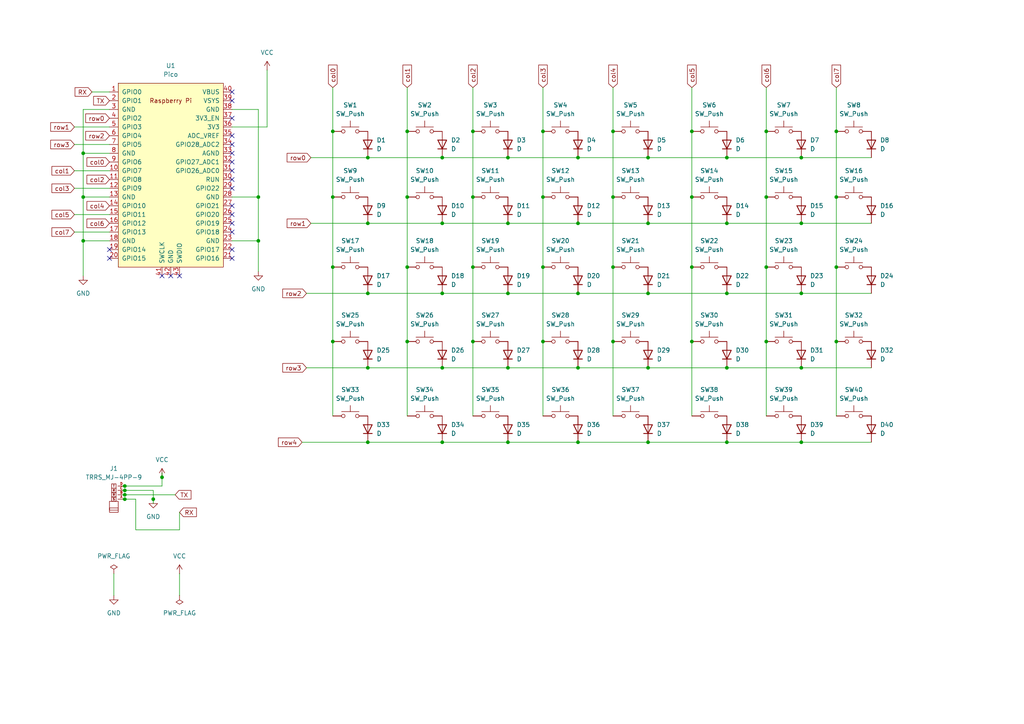
<source format=kicad_sch>
(kicad_sch (version 20231120) (generator "eeschema") (generator_version "8.0")
  (paper "A4")
  (lib_symbols
    (symbol "Device:D" (pin_numbers hide) (pin_names (offset 1.016) hide)
      (property "Reference" "D" (at 0 2.54 0))
      (property "Value" "D" (at 0 -2.54 0))
      (symbol "D_0_1"
        (polyline (pts (xy -1.27 1.27) (xy -1.27 -1.27)) (stroke (width 0.254)))
        (polyline (pts (xy 1.27 0) (xy -1.27 0)))
        (polyline (pts (xy 1.27 1.27) (xy 1.27 -1.27) (xy -1.27 0) (xy 1.27 1.27)) (stroke (width 0.254)))
      )
      (symbol "D_1_1"
        (pin passive line (at -3.81 0 0) (length 2.54) (name "K") (number "1"))
        (pin passive line (at 3.81 0 180) (length 2.54) (name "A") (number "2"))
      )
    )
    (symbol "RPi_Pico:Pico" (pin_names (offset 1.016))
      (property "Reference" "U" (at -13.97 27.94 0))
      (property "Value" "Pico" (at 0 19.05 0))
      (symbol "Pico_0_0"
        (text "Raspberry Pi" (at 0 21.59 0) (effects (font (size 1.27 1.27))))
      )
      (symbol "Pico_0_1"
        (rectangle (start -15.24 26.67) (end 15.24 -26.67) (fill (type background)))
      )
      (symbol "Pico_1_1"
        (pin bidirectional line (at -17.78 24.13 0) (length 2.54) (name "GPIO0") (number "1"))
        (pin bidirectional line (at -17.78 1.27 0) (length 2.54) (name "GPIO7") (number "10"))
        (pin bidirectional line (at -17.78 -1.27 0) (length 2.54) (name "GPIO8") (number "11"))
        (pin bidirectional line (at -17.78 -3.81 0) (length 2.54) (name "GPIO9") (number "12"))
        (pin power_in line (at -17.78 -6.35 0) (length 2.54) (name "GND") (number "13"))
        (pin bidirectional line (at -17.78 -8.89 0) (length 2.54) (name "GPIO10") (number "14"))
        (pin bidirectional line (at -17.78 -11.43 0) (length 2.54) (name "GPIO11") (number "15"))
        (pin bidirectional line (at -17.78 -13.97 0) (length 2.54) (name "GPIO12") (number "16"))
        (pin bidirectional line (at -17.78 -16.51 0) (length 2.54) (name "GPIO13") (number "17"))
        (pin power_in line (at -17.78 -19.05 0) (length 2.54) (name "GND") (number "18"))
        (pin bidirectional line (at -17.78 -21.59 0) (length 2.54) (name "GPIO14") (number "19"))
        (pin bidirectional line (at -17.78 21.59 0) (length 2.54) (name "GPIO1") (number "2"))
        (pin bidirectional line (at -17.78 -24.13 0) (length 2.54) (name "GPIO15") (number "20"))
        (pin bidirectional line (at 17.78 -24.13 180) (length 2.54) (name "GPIO16") (number "21"))
        (pin bidirectional line (at 17.78 -21.59 180) (length 2.54) (name "GPIO17") (number "22"))
        (pin power_in line (at 17.78 -19.05 180) (length 2.54) (name "GND") (number "23"))
        (pin bidirectional line (at 17.78 -16.51 180) (length 2.54) (name "GPIO18") (number "24"))
        (pin bidirectional line (at 17.78 -13.97 180) (length 2.54) (name "GPIO19") (number "25"))
        (pin bidirectional line (at 17.78 -11.43 180) (length 2.54) (name "GPIO20") (number "26"))
        (pin bidirectional line (at 17.78 -8.89 180) (length 2.54) (name "GPIO21") (number "27"))
        (pin power_in line (at 17.78 -6.35 180) (length 2.54) (name "GND") (number "28"))
        (pin bidirectional line (at 17.78 -3.81 180) (length 2.54) (name "GPIO22") (number "29"))
        (pin power_in line (at -17.78 19.05 0) (length 2.54) (name "GND") (number "3"))
        (pin input line (at 17.78 -1.27 180) (length 2.54) (name "RUN") (number "30"))
        (pin bidirectional line (at 17.78 1.27 180) (length 2.54) (name "GPIO26_ADC0") (number "31"))
        (pin bidirectional line (at 17.78 3.81 180) (length 2.54) (name "GPIO27_ADC1") (number "32"))
        (pin power_in line (at 17.78 6.35 180) (length 2.54) (name "AGND") (number "33"))
        (pin bidirectional line (at 17.78 8.89 180) (length 2.54) (name "GPIO28_ADC2") (number "34"))
        (pin unspecified line (at 17.78 11.43 180) (length 2.54) (name "ADC_VREF") (number "35"))
        (pin unspecified line (at 17.78 13.97 180) (length 2.54) (name "3V3") (number "36"))
        (pin input line (at 17.78 16.51 180) (length 2.54) (name "3V3_EN") (number "37"))
        (pin bidirectional line (at 17.78 19.05 180) (length 2.54) (name "GND") (number "38"))
        (pin unspecified line (at 17.78 21.59 180) (length 2.54) (name "VSYS") (number "39"))
        (pin bidirectional line (at -17.78 16.51 0) (length 2.54) (name "GPIO2") (number "4"))
        (pin unspecified line (at 17.78 24.13 180) (length 2.54) (name "VBUS") (number "40"))
        (pin input line (at -2.54 -29.21 90) (length 2.54) (name "SWCLK") (number "41"))
        (pin power_in line (at 0 -29.21 90) (length 2.54) (name "GND") (number "42"))
        (pin bidirectional line (at 2.54 -29.21 90) (length 2.54) (name "SWDIO") (number "43"))
        (pin bidirectional line (at -17.78 13.97 0) (length 2.54) (name "GPIO3") (number "5"))
        (pin bidirectional line (at -17.78 11.43 0) (length 2.54) (name "GPIO4") (number "6"))
        (pin bidirectional line (at -17.78 8.89 0) (length 2.54) (name "GPIO5") (number "7"))
        (pin power_in line (at -17.78 6.35 0) (length 2.54) (name "GND") (number "8"))
        (pin bidirectional line (at -17.78 3.81 0) (length 2.54) (name "GPIO6") (number "9"))
      )
    )
    (symbol "Salicylic_kbd:TRRS_MJ-4PP-9" (pin_names (offset 1.016))
      (property "Reference" "J" (at 0 5.08 0))
      (property "Value" "TRRS_MJ-4PP-9" (at 0 -6.985 0))
      (symbol "TRRS_MJ-4PP-9_0_0"
        (text "R" (at 0 0 0) (effects (font (size 0.6096 0.6096))))
        (text "R" (at 0 1.27 0) (effects (font (size 0.6096 0.6096))))
        (text "S" (at 0 -1.27 0) (effects (font (size 0.6096 0.6096))))
        (text "T" (at 0 2.54 0) (effects (font (size 0.6096 0.6096))))
      )
      (symbol "TRRS_MJ-4PP-9_0_1"
        (rectangle (start -1.27 -3.81) (end 1.27 -4.445))
        (rectangle (start -1.27 -1.905) (end 1.27 -5.08))
        (rectangle (start -0.635 -0.635) (end 0.635 -1.905))
        (rectangle (start -0.635 0.635) (end 0.635 -0.635))
        (rectangle (start -0.635 1.905) (end 0.635 0.635))
        (rectangle (start -0.635 3.175) (end 0.635 1.905))
      )
      (symbol "TRRS_MJ-4PP-9_1_1"
        (pin input line (at 3.175 -1.27 180) (length 2.0066) (name "~") (number "A"))
        (pin input line (at 3.175 0 180) (length 2.0066) (name "~") (number "B"))
        (pin input line (at 3.175 1.27 180) (length 2.0066) (name "~") (number "C"))
        (pin input line (at 3.175 2.54 180) (length 2.0066) (name "~") (number "D"))
      )
    )
    (symbol "Switch:SW_Push" (pin_numbers hide) (pin_names (offset 1.016) hide)
      (property "Reference" "SW" (at 1.27 2.54 0))
      (property "Value" "SW_Push" (at 0 -1.524 0))
      (symbol "SW_Push_0_1"
        (circle (center -2.032 0) (radius 0.508))
        (polyline (pts (xy 0 1.27) (xy 0 3.048)))
        (polyline (pts (xy 2.54 1.27) (xy -2.54 1.27)))
        (circle (center 2.032 0) (radius 0.508))
        (pin passive line (at -5.08 0 0) (length 2.54) (name "1") (number "1"))
        (pin passive line (at 5.08 0 180) (length 2.54) (name "2") (number "2"))
      )
    )
    (symbol "power:GND" (power) (pin_numbers hide) (pin_names (offset 0) hide)
      (property "Value" "GND" (at 0 -3.81 0))
      (symbol "GND_0_1"
        (polyline (pts (xy 0 0) (xy 0 -1.27) (xy 1.27 -1.27) (xy 0 -2.54) (xy -1.27 -1.27) (xy 0 -1.27)))
      )
      (symbol "GND_1_1"
        (pin power_in line (at 0 0 270) (length 0) (name "~") (number "1"))
      )
    )
    (symbol "power:PWR_FLAG" (power) (pin_numbers hide) (pin_names (offset 0) hide)
      (property "Value" "PWR_FLAG" (at 0 3.81 0))
      (symbol "PWR_FLAG_0_0"
        (pin power_out line (at 0 0 90) (length 0) (name "~") (number "1"))
      )
      (symbol "PWR_FLAG_0_1"
        (polyline (pts (xy 0 0) (xy 0 1.27) (xy -1.016 1.905) (xy 0 2.54) (xy 1.016 1.905) (xy 0 1.27)))
      )
    )
    (symbol "power:VCC" (power) (pin_numbers hide) (pin_names (offset 0) hide)
      (property "Value" "VCC" (at 0 3.556 0))
      (symbol "VCC_0_1"
        (polyline (pts (xy -0.762 1.27) (xy 0 2.54)))
        (polyline (pts (xy 0 0) (xy 0 2.54)))
        (polyline (pts (xy 0 2.54) (xy 0.762 1.27)))
      )
      (symbol "VCC_1_1"
        (pin power_in line (at 0 0 90) (length 0) (name "~") (number "1"))
      )
    )
  )
  (junction (at 167.64 64.77))
  (junction (at 210.82 64.77))
  (junction (at 242.57 38.1))
  (junction (at 187.96 128.27))
  (junction (at 46.99 138.43))
  (junction (at 137.16 99.06))
  (junction (at 242.57 57.15))
  (junction (at 128.27 106.68))
  (junction (at 187.96 85.09))
  (junction (at 128.27 64.77))
  (junction (at 96.52 38.1))
  (junction (at 232.41 64.77))
  (junction (at 147.32 85.09))
  (junction (at 147.32 64.77))
  (junction (at 137.16 77.47))
  (junction (at 232.41 85.09))
  (junction (at 128.27 45.72))
  (junction (at 106.68 85.09))
  (junction (at 200.66 38.1))
  (junction (at 106.68 106.68))
  (junction (at 222.25 77.47))
  (junction (at 36.195 143.51))
  (junction (at 36.195 144.78))
  (junction (at 157.48 77.47))
  (junction (at 232.41 45.72))
  (junction (at 36.195 140.97))
  (junction (at 187.96 64.77))
  (junction (at 177.8 38.1))
  (junction (at 210.82 45.72))
  (junction (at 24.13 57.15))
  (junction (at 232.41 128.27))
  (junction (at 167.64 128.27))
  (junction (at 210.82 106.68))
  (junction (at 36.195 142.24))
  (junction (at 106.68 128.27))
  (junction (at 147.32 128.27))
  (junction (at 222.25 38.1))
  (junction (at 210.82 85.09))
  (junction (at 167.64 106.68))
  (junction (at 24.13 44.45))
  (junction (at 118.11 57.15))
  (junction (at 96.52 77.47))
  (junction (at 24.13 69.85))
  (junction (at 137.16 57.15))
  (junction (at 157.48 57.15))
  (junction (at 74.93 57.15))
  (junction (at 96.52 57.15))
  (junction (at 74.93 69.85))
  (junction (at 222.25 99.06))
  (junction (at 128.27 128.27))
  (junction (at 200.66 99.06))
  (junction (at 210.82 128.27))
  (junction (at 118.11 99.06))
  (junction (at 128.27 85.09))
  (junction (at 147.32 106.68))
  (junction (at 147.32 45.72))
  (junction (at 187.96 106.68))
  (junction (at 232.41 106.68))
  (junction (at 106.68 64.77))
  (junction (at 177.8 57.15))
  (junction (at 200.66 77.47))
  (junction (at 44.45 144.78))
  (junction (at 157.48 38.1))
  (junction (at 167.64 85.09))
  (junction (at 242.57 77.47))
  (junction (at 177.8 99.06))
  (junction (at 118.11 38.1))
  (junction (at 118.11 77.47))
  (junction (at 137.16 38.1))
  (junction (at 242.57 99.06))
  (junction (at 187.96 45.72))
  (junction (at 96.52 99.06))
  (junction (at 157.48 99.06))
  (junction (at 200.66 57.15))
  (junction (at 106.68 45.72))
  (junction (at 177.8 77.47))
  (junction (at 222.25 57.15))
  (junction (at 167.64 45.72))
  (no_connect (at 46.99 80.01))
  (no_connect (at 67.31 72.39))
  (no_connect (at 67.31 54.61))
  (no_connect (at 67.31 34.29))
  (no_connect (at 67.31 41.91))
  (no_connect (at 67.31 46.99))
  (no_connect (at 67.31 62.23))
  (no_connect (at 67.31 39.37))
  (no_connect (at 67.31 59.69))
  (no_connect (at 67.31 26.67))
  (no_connect (at 67.31 49.53))
  (no_connect (at 67.31 67.31))
  (no_connect (at 31.75 72.39))
  (no_connect (at 49.53 80.01))
  (no_connect (at 31.75 74.93))
  (no_connect (at 67.31 44.45))
  (no_connect (at 52.07 80.01))
  (no_connect (at 67.31 74.93))
  (no_connect (at 67.31 52.07))
  (no_connect (at 67.31 29.21))
  (no_connect (at 67.31 64.77))
  (wire (pts (xy 242.57 25.4) (xy 242.57 38.1)))
  (wire (pts (xy 67.31 69.85) (xy 74.93 69.85)))
  (wire (pts (xy 210.82 64.77) (xy 232.41 64.77)))
  (wire (pts (xy 118.11 25.4) (xy 118.11 38.1)))
  (wire (pts (xy 157.48 57.15) (xy 157.48 77.47)))
  (wire (pts (xy 24.13 57.15) (xy 24.13 69.85)))
  (wire (pts (xy 128.27 45.72) (xy 147.32 45.72)))
  (wire (pts (xy 128.27 64.77) (xy 147.32 64.77)))
  (wire (pts (xy 232.41 45.72) (xy 252.73 45.72)))
  (wire (pts (xy 118.11 77.47) (xy 118.11 99.06)))
  (wire (pts (xy 96.52 25.4) (xy 96.52 38.1)))
  (wire (pts (xy 137.16 38.1) (xy 137.16 57.15)))
  (wire (pts (xy 210.82 45.72) (xy 232.41 45.72)))
  (wire (pts (xy 35.56 143.51) (xy 36.195 143.51)))
  (wire (pts (xy 210.82 106.68) (xy 187.96 106.68)))
  (wire (pts (xy 24.13 44.45) (xy 31.75 44.45)))
  (wire (pts (xy 106.68 64.77) (xy 128.27 64.77)))
  (wire (pts (xy 21.59 49.53) (xy 31.75 49.53)))
  (wire (pts (xy 210.82 85.09) (xy 232.41 85.09)))
  (wire (pts (xy 167.64 45.72) (xy 187.96 45.72)))
  (wire (pts (xy 200.66 77.47) (xy 200.66 99.06)))
  (wire (pts (xy 52.07 166.37) (xy 52.07 172.72)))
  (wire (pts (xy 200.66 38.1) (xy 200.66 57.15)))
  (wire (pts (xy 147.32 64.77) (xy 167.64 64.77)))
  (wire (pts (xy 128.27 128.27) (xy 147.32 128.27)))
  (wire (pts (xy 222.25 99.06) (xy 222.25 120.65)))
  (wire (pts (xy 31.75 31.75) (xy 24.13 31.75)))
  (wire (pts (xy 74.93 57.15) (xy 74.93 69.85)))
  (wire (pts (xy 21.59 54.61) (xy 31.75 54.61)))
  (wire (pts (xy 187.96 106.68) (xy 167.64 106.68)))
  (wire (pts (xy 187.96 64.77) (xy 210.82 64.77)))
  (wire (pts (xy 128.27 85.09) (xy 147.32 85.09)))
  (wire (pts (xy 36.195 144.78) (xy 39.37 144.78)))
  (wire (pts (xy 90.17 64.77) (xy 106.68 64.77)))
  (wire (pts (xy 46.99 137.16) (xy 46.99 138.43)))
  (wire (pts (xy 147.32 85.09) (xy 167.64 85.09)))
  (wire (pts (xy 21.59 41.91) (xy 31.75 41.91)))
  (wire (pts (xy 242.57 77.47) (xy 242.57 99.06)))
  (wire (pts (xy 118.11 99.06) (xy 118.11 120.65)))
  (wire (pts (xy 21.59 36.83) (xy 31.75 36.83)))
  (wire (pts (xy 157.48 77.47) (xy 157.48 99.06)))
  (wire (pts (xy 26.67 26.67) (xy 31.75 26.67)))
  (wire (pts (xy 46.99 138.43) (xy 46.99 140.97)))
  (wire (pts (xy 74.93 69.85) (xy 74.93 78.74)))
  (wire (pts (xy 137.16 57.15) (xy 137.16 77.47)))
  (wire (pts (xy 222.25 57.15) (xy 222.25 77.47)))
  (wire (pts (xy 157.48 38.1) (xy 157.48 57.15)))
  (wire (pts (xy 137.16 77.47) (xy 137.16 99.06)))
  (wire (pts (xy 167.64 128.27) (xy 187.96 128.27)))
  (wire (pts (xy 106.68 106.68) (xy 88.9 106.68)))
  (wire (pts (xy 200.66 99.06) (xy 200.66 120.65)))
  (wire (pts (xy 106.68 85.09) (xy 128.27 85.09)))
  (wire (pts (xy 187.96 45.72) (xy 210.82 45.72)))
  (wire (pts (xy 96.52 99.06) (xy 96.52 120.65)))
  (wire (pts (xy 106.68 128.27) (xy 128.27 128.27)))
  (wire (pts (xy 36.195 142.24) (xy 44.45 142.24)))
  (wire (pts (xy 36.195 140.97) (xy 46.99 140.97)))
  (wire (pts (xy 96.52 57.15) (xy 96.52 77.47)))
  (wire (pts (xy 52.07 153.67) (xy 52.07 148.59)))
  (wire (pts (xy 177.8 77.47) (xy 177.8 99.06)))
  (wire (pts (xy 33.02 166.37) (xy 33.02 172.72)))
  (wire (pts (xy 177.8 99.06) (xy 177.8 120.65)))
  (wire (pts (xy 147.32 45.72) (xy 167.64 45.72)))
  (wire (pts (xy 87.63 128.27) (xy 106.68 128.27)))
  (wire (pts (xy 210.82 128.27) (xy 232.41 128.27)))
  (wire (pts (xy 128.27 106.68) (xy 106.68 106.68)))
  (wire (pts (xy 177.8 57.15) (xy 177.8 77.47)))
  (wire (pts (xy 167.64 64.77) (xy 187.96 64.77)))
  (wire (pts (xy 90.17 45.72) (xy 106.68 45.72)))
  (wire (pts (xy 35.56 140.97) (xy 36.195 140.97)))
  (wire (pts (xy 36.195 143.51) (xy 50.8 143.51)))
  (wire (pts (xy 137.16 25.4) (xy 137.16 38.1)))
  (wire (pts (xy 67.31 57.15) (xy 74.93 57.15)))
  (wire (pts (xy 118.11 38.1) (xy 118.11 57.15)))
  (wire (pts (xy 77.47 36.83) (xy 67.31 36.83)))
  (wire (pts (xy 232.41 64.77) (xy 252.73 64.77)))
  (wire (pts (xy 222.25 77.47) (xy 222.25 99.06)))
  (wire (pts (xy 96.52 77.47) (xy 96.52 99.06)))
  (wire (pts (xy 177.8 25.4) (xy 177.8 38.1)))
  (wire (pts (xy 222.25 38.1) (xy 222.25 57.15)))
  (wire (pts (xy 39.37 153.67) (xy 52.07 153.67)))
  (wire (pts (xy 35.56 144.78) (xy 36.195 144.78)))
  (wire (pts (xy 44.45 142.24) (xy 44.45 144.78)))
  (wire (pts (xy 77.47 20.32) (xy 77.47 36.83)))
  (wire (pts (xy 96.52 38.1) (xy 96.52 57.15)))
  (wire (pts (xy 44.45 144.78) (xy 44.45 146.05)))
  (wire (pts (xy 242.57 57.15) (xy 242.57 77.47)))
  (wire (pts (xy 118.11 57.15) (xy 118.11 77.47)))
  (wire (pts (xy 200.66 57.15) (xy 200.66 77.47)))
  (wire (pts (xy 222.25 25.4) (xy 222.25 38.1)))
  (wire (pts (xy 187.96 85.09) (xy 210.82 85.09)))
  (wire (pts (xy 232.41 106.68) (xy 210.82 106.68)))
  (wire (pts (xy 147.32 128.27) (xy 167.64 128.27)))
  (wire (pts (xy 242.57 38.1) (xy 242.57 57.15)))
  (wire (pts (xy 24.13 69.85) (xy 24.13 80.01)))
  (wire (pts (xy 137.16 99.06) (xy 137.16 120.65)))
  (wire (pts (xy 88.9 85.09) (xy 106.68 85.09)))
  (wire (pts (xy 24.13 44.45) (xy 24.13 57.15)))
  (wire (pts (xy 167.64 85.09) (xy 187.96 85.09)))
  (wire (pts (xy 39.37 144.78) (xy 39.37 153.67)))
  (wire (pts (xy 74.93 31.75) (xy 74.93 57.15)))
  (wire (pts (xy 24.13 69.85) (xy 31.75 69.85)))
  (wire (pts (xy 21.59 62.23) (xy 31.75 62.23)))
  (wire (pts (xy 187.96 128.27) (xy 210.82 128.27)))
  (wire (pts (xy 252.73 106.68) (xy 232.41 106.68)))
  (wire (pts (xy 24.13 57.15) (xy 31.75 57.15)))
  (wire (pts (xy 157.48 25.4) (xy 157.48 38.1)))
  (wire (pts (xy 21.59 67.31) (xy 31.75 67.31)))
  (wire (pts (xy 177.8 38.1) (xy 177.8 57.15)))
  (wire (pts (xy 157.48 99.06) (xy 157.48 120.65)))
  (wire (pts (xy 200.66 25.4) (xy 200.66 38.1)))
  (wire (pts (xy 242.57 99.06) (xy 242.57 120.65)))
  (wire (pts (xy 167.64 106.68) (xy 147.32 106.68)))
  (wire (pts (xy 67.31 31.75) (xy 74.93 31.75)))
  (wire (pts (xy 147.32 106.68) (xy 128.27 106.68)))
  (wire (pts (xy 35.56 142.24) (xy 36.195 142.24)))
  (wire (pts (xy 232.41 128.27) (xy 252.73 128.27)))
  (wire (pts (xy 106.68 45.72) (xy 128.27 45.72)))
  (wire (pts (xy 24.13 31.75) (xy 24.13 44.45)))
  (wire (pts (xy 232.41 85.09) (xy 252.73 85.09)))
  (global_label "col0" (shape input) (at 96.52 25.4 90) (property "Intersheetrefs" "${INTERSHEET_REFS}" (effects (hide yes))))
  (global_label "RX" (shape input) (at 52.07 148.59 0) (property "Intersheetrefs" "${INTERSHEET_REFS}" (effects (hide yes))))
  (global_label "col2" (shape input) (at 137.16 25.4 90) (property "Intersheetrefs" "${INTERSHEET_REFS}" (effects (hide yes))))
  (global_label "row0" (shape input) (at 90.17 45.72 180) (property "Intersheetrefs" "${INTERSHEET_REFS}" (effects (hide yes))))
  (global_label "row4" (shape input) (at 87.63 128.27 180) (property "Intersheetrefs" "${INTERSHEET_REFS}" (effects (hide yes))))
  (global_label "col6" (shape input) (at 222.25 25.4 90) (property "Intersheetrefs" "${INTERSHEET_REFS}" (effects (hide yes))))
  (global_label "row1" (shape input) (at 90.17 64.77 180) (property "Intersheetrefs" "${INTERSHEET_REFS}" (effects (hide yes))))
  (global_label "col4" (shape input) (at 177.8 25.4 90) (property "Intersheetrefs" "${INTERSHEET_REFS}" (effects (hide yes))))
  (global_label "row2" (shape input) (at 31.75 39.37 180) (property "Intersheetrefs" "${INTERSHEET_REFS}" (effects (hide yes))))
  (global_label "col3" (shape input) (at 157.48 25.4 90) (property "Intersheetrefs" "${INTERSHEET_REFS}" (effects (hide yes))))
  (global_label "col0" (shape input) (at 31.75 46.99 180) (property "Intersheetrefs" "${INTERSHEET_REFS}" (effects (hide yes))))
  (global_label "row2" (shape input) (at 88.9 85.09 180) (property "Intersheetrefs" "${INTERSHEET_REFS}" (effects (hide yes))))
  (global_label "col7" (shape input) (at 242.57 25.4 90) (property "Intersheetrefs" "${INTERSHEET_REFS}" (effects (hide yes))))
  (global_label "TX" (shape input) (at 50.8 143.51 0) (property "Intersheetrefs" "${INTERSHEET_REFS}" (effects (hide yes))))
  (global_label "RX" (shape input) (at 26.67 26.67 180) (property "Intersheetrefs" "${INTERSHEET_REFS}" (effects (hide yes))))
  (global_label "row0" (shape input) (at 31.75 34.29 180) (property "Intersheetrefs" "${INTERSHEET_REFS}" (effects (hide yes))))
  (global_label "col3" (shape input) (at 21.59 54.61 180) (property "Intersheetrefs" "${INTERSHEET_REFS}" (effects (hide yes))))
  (global_label "col1" (shape input) (at 21.59 49.53 180) (property "Intersheetrefs" "${INTERSHEET_REFS}" (effects (hide yes))))
  (global_label "col5" (shape input) (at 200.66 25.4 90) (property "Intersheetrefs" "${INTERSHEET_REFS}" (effects (hide yes))))
  (global_label "col7" (shape input) (at 21.59 67.31 180) (property "Intersheetrefs" "${INTERSHEET_REFS}" (effects (hide yes))))
  (global_label "row3" (shape input) (at 21.59 41.91 180) (property "Intersheetrefs" "${INTERSHEET_REFS}" (effects (hide yes))))
  (global_label "col2" (shape input) (at 31.75 52.07 180) (property "Intersheetrefs" "${INTERSHEET_REFS}" (effects (hide yes))))
  (global_label "row3" (shape input) (at 88.9 106.68 180) (property "Intersheetrefs" "${INTERSHEET_REFS}" (effects (hide yes))))
  (global_label "col1" (shape input) (at 118.11 25.4 90) (property "Intersheetrefs" "${INTERSHEET_REFS}" (effects (hide yes))))
  (global_label "col6" (shape input) (at 31.75 64.77 180) (property "Intersheetrefs" "${INTERSHEET_REFS}" (effects (hide yes))))
  (global_label "col5" (shape input) (at 21.59 62.23 180) (property "Intersheetrefs" "${INTERSHEET_REFS}" (effects (hide yes))))
  (global_label "col4" (shape input) (at 31.75 59.69 180) (property "Intersheetrefs" "${INTERSHEET_REFS}" (effects (hide yes))))
  (global_label "TX" (shape input) (at 31.75 29.21 180) (property "Intersheetrefs" "${INTERSHEET_REFS}" (effects (hide yes))))
  (global_label "row1" (shape input) (at 21.59 36.83 180) (property "Intersheetrefs" "${INTERSHEET_REFS}" (effects (hide yes))))
  (symbol (lib_id "Device:D") (at 232.41 102.87 90) (unit 1)
    (property "Reference" "D31" (at 234.95 101.5999 90) (effects (justify right)))
    (property "Value" "D" (at 234.95 104.1399 90) (effects (justify right)))
    (property "Description" "Diode" (effects (hide yes)))
    (property "Sim.Device" "D" (effects (hide yes)))
    (property "Sim.Pins" "1=K 2=A" (effects (hide yes)))
  )
  (symbol (lib_id "Switch:SW_Push") (at 162.56 77.47 0) (unit 1)
    (property "Reference" "SW20" (at 162.56 69.85 0))
    (property "Value" "SW_Push" (at 162.56 72.39 0))
    (property "Description" "Push button switch, generic, two pins" (effects (hide yes)))
  )
  (symbol (lib_id "power:PWR_FLAG") (at 33.02 166.37 0) (unit 1)
    (property "Reference" "#FLG01" (effects (hide yes)))
    (property "Value" "PWR_FLAG" (at 33.02 161.29 0))
    (property "Description" "Special symbol for telling ERC where power comes from" (effects (hide yes)))
  )
  (symbol (lib_id "Switch:SW_Push") (at 182.88 77.47 0) (unit 1)
    (property "Reference" "SW21" (at 182.88 69.85 0))
    (property "Value" "SW_Push" (at 182.88 72.39 0))
    (property "Description" "Push button switch, generic, two pins" (effects (hide yes)))
  )
  (symbol (lib_id "power:GND") (at 44.45 144.78 0) (unit 1)
    (property "Reference" "#PWR04" (effects (hide yes)))
    (property "Value" "GND" (at 44.45 149.86 0))
    (property "Description" "Power symbol creates a global label with name \"GND\" , ground" (effects (hide yes)))
  )
  (symbol (lib_id "Switch:SW_Push") (at 142.24 120.65 0) (unit 1)
    (property "Reference" "SW35" (at 142.24 113.03 0))
    (property "Value" "SW_Push" (at 142.24 115.57 0))
    (property "Description" "Push button switch, generic, two pins" (effects (hide yes)))
  )
  (symbol (lib_id "Switch:SW_Push") (at 205.74 77.47 0) (unit 1)
    (property "Reference" "SW22" (at 205.74 69.85 0))
    (property "Value" "SW_Push" (at 205.74 72.39 0))
    (property "Description" "Push button switch, generic, two pins" (effects (hide yes)))
  )
  (symbol (lib_id "Switch:SW_Push") (at 205.74 38.1 0) (unit 1)
    (property "Reference" "SW6" (at 205.74 30.48 0))
    (property "Value" "SW_Push" (at 205.74 33.02 0))
    (property "Description" "Push button switch, generic, two pins" (effects (hide yes)))
  )
  (symbol (lib_id "Device:D") (at 187.96 60.96 90) (unit 1)
    (property "Reference" "D13" (at 190.5 59.6899 90) (effects (justify right)))
    (property "Value" "D" (at 190.5 62.2299 90) (effects (justify right)))
    (property "Description" "Diode" (effects (hide yes)))
    (property "Sim.Device" "D" (effects (hide yes)))
    (property "Sim.Pins" "1=K 2=A" (effects (hide yes)))
  )
  (symbol (lib_id "Device:D") (at 106.68 41.91 90) (unit 1)
    (property "Reference" "D1" (at 109.22 40.6399 90) (effects (justify right)))
    (property "Value" "D" (at 109.22 43.1799 90) (effects (justify right)))
    (property "Description" "Diode" (effects (hide yes)))
    (property "Sim.Device" "D" (effects (hide yes)))
    (property "Sim.Pins" "1=K 2=A" (effects (hide yes)))
  )
  (symbol (lib_id "power:VCC") (at 77.47 20.32 0) (unit 1)
    (property "Reference" "#PWR01" (effects (hide yes)))
    (property "Value" "VCC" (at 77.47 15.24 0))
    (property "Description" "Power symbol creates a global label with name \"VCC\"" (effects (hide yes)))
  )
  (symbol (lib_id "power:GND") (at 33.02 172.72 0) (unit 1)
    (property "Reference" "#PWR07" (effects (hide yes)))
    (property "Value" "GND" (at 33.02 177.8 0))
    (property "Description" "Power symbol creates a global label with name \"GND\" , ground" (effects (hide yes)))
  )
  (symbol (lib_id "Device:D") (at 210.82 81.28 90) (unit 1)
    (property "Reference" "D22" (at 213.36 80.0099 90) (effects (justify right)))
    (property "Value" "D" (at 213.36 82.5499 90) (effects (justify right)))
    (property "Description" "Diode" (effects (hide yes)))
    (property "Sim.Device" "D" (effects (hide yes)))
    (property "Sim.Pins" "1=K 2=A" (effects (hide yes)))
  )
  (symbol (lib_id "Device:D") (at 232.41 124.46 90) (unit 1)
    (property "Reference" "D39" (at 234.95 123.1899 90) (effects (justify right)))
    (property "Value" "D" (at 234.95 125.7299 90) (effects (justify right)))
    (property "Description" "Diode" (effects (hide yes)))
    (property "Sim.Device" "D" (effects (hide yes)))
    (property "Sim.Pins" "1=K 2=A" (effects (hide yes)))
  )
  (symbol (lib_id "Device:D") (at 167.64 102.87 90) (unit 1)
    (property "Reference" "D28" (at 170.18 101.5999 90) (effects (justify right)))
    (property "Value" "D" (at 170.18 104.1399 90) (effects (justify right)))
    (property "Description" "Diode" (effects (hide yes)))
    (property "Sim.Device" "D" (effects (hide yes)))
    (property "Sim.Pins" "1=K 2=A" (effects (hide yes)))
  )
  (symbol (lib_id "Switch:SW_Push") (at 142.24 38.1 0) (unit 1)
    (property "Reference" "SW3" (at 142.24 30.48 0))
    (property "Value" "SW_Push" (at 142.24 33.02 0))
    (property "Description" "Push button switch, generic, two pins" (effects (hide yes)))
  )
  (symbol (lib_id "Device:D") (at 128.27 41.91 90) (unit 1)
    (property "Reference" "D2" (at 130.81 40.6399 90) (effects (justify right)))
    (property "Value" "D" (at 130.81 43.1799 90) (effects (justify right)))
    (property "Description" "Diode" (effects (hide yes)))
    (property "Sim.Device" "D" (effects (hide yes)))
    (property "Sim.Pins" "1=K 2=A" (effects (hide yes)))
  )
  (symbol (lib_id "Switch:SW_Push") (at 182.88 120.65 0) (unit 1)
    (property "Reference" "SW37" (at 182.88 113.03 0))
    (property "Value" "SW_Push" (at 182.88 115.57 0))
    (property "Description" "Push button switch, generic, two pins" (effects (hide yes)))
  )
  (symbol (lib_id "Device:D") (at 252.73 41.91 90) (unit 1)
    (property "Reference" "D8" (at 255.27 40.6399 90) (effects (justify right)))
    (property "Value" "D" (at 255.27 43.1799 90) (effects (justify right)))
    (property "Description" "Diode" (effects (hide yes)))
    (property "Sim.Device" "D" (effects (hide yes)))
    (property "Sim.Pins" "1=K 2=A" (effects (hide yes)))
  )
  (symbol (lib_id "Switch:SW_Push") (at 101.6 120.65 0) (unit 1)
    (property "Reference" "SW33" (at 101.6 113.03 0))
    (property "Value" "SW_Push" (at 101.6 115.57 0))
    (property "Description" "Push button switch, generic, two pins" (effects (hide yes)))
  )
  (symbol (lib_id "Device:D") (at 252.73 60.96 90) (unit 1)
    (property "Reference" "D16" (at 255.27 59.6899 90) (effects (justify right)))
    (property "Value" "D" (at 255.27 62.2299 90) (effects (justify right)))
    (property "Description" "Diode" (effects (hide yes)))
    (property "Sim.Device" "D" (effects (hide yes)))
    (property "Sim.Pins" "1=K 2=A" (effects (hide yes)))
  )
  (symbol (lib_id "Device:D") (at 232.41 81.28 90) (unit 1)
    (property "Reference" "D23" (at 234.95 80.0099 90) (effects (justify right)))
    (property "Value" "D" (at 234.95 82.5499 90) (effects (justify right)))
    (property "Description" "Diode" (effects (hide yes)))
    (property "Sim.Device" "D" (effects (hide yes)))
    (property "Sim.Pins" "1=K 2=A" (effects (hide yes)))
  )
  (symbol (lib_id "power:PWR_FLAG") (at 52.07 172.72 180) (unit 1)
    (property "Reference" "#FLG02" (effects (hide yes)))
    (property "Value" "PWR_FLAG" (at 52.07 177.8 0))
    (property "Description" "Special symbol for telling ERC where power comes from" (effects (hide yes)))
  )
  (symbol (lib_id "Device:D") (at 167.64 60.96 90) (unit 1)
    (property "Reference" "D12" (at 170.18 59.6899 90) (effects (justify right)))
    (property "Value" "D" (at 170.18 62.2299 90) (effects (justify right)))
    (property "Description" "Diode" (effects (hide yes)))
    (property "Sim.Device" "D" (effects (hide yes)))
    (property "Sim.Pins" "1=K 2=A" (effects (hide yes)))
  )
  (symbol (lib_id "Device:D") (at 106.68 124.46 90) (unit 1)
    (property "Reference" "D33" (at 109.22 123.1899 90) (effects (justify right)))
    (property "Value" "D" (at 109.22 125.7299 90) (effects (justify right)))
    (property "Description" "Diode" (effects (hide yes)))
    (property "Sim.Device" "D" (effects (hide yes)))
    (property "Sim.Pins" "1=K 2=A" (effects (hide yes)))
  )
  (symbol (lib_id "Device:D") (at 210.82 102.87 90) (unit 1)
    (property "Reference" "D30" (at 213.36 101.5999 90) (effects (justify right)))
    (property "Value" "D" (at 213.36 104.1399 90) (effects (justify right)))
    (property "Description" "Diode" (effects (hide yes)))
    (property "Sim.Device" "D" (effects (hide yes)))
    (property "Sim.Pins" "1=K 2=A" (effects (hide yes)))
  )
  (symbol (lib_id "Device:D") (at 187.96 102.87 90) (unit 1)
    (property "Reference" "D29" (at 190.5 101.5999 90) (effects (justify right)))
    (property "Value" "D" (at 190.5 104.1399 90) (effects (justify right)))
    (property "Description" "Diode" (effects (hide yes)))
    (property "Sim.Device" "D" (effects (hide yes)))
    (property "Sim.Pins" "1=K 2=A" (effects (hide yes)))
  )
  (symbol (lib_id "Device:D") (at 252.73 81.28 90) (unit 1)
    (property "Reference" "D24" (at 255.27 80.0099 90) (effects (justify right)))
    (property "Value" "D" (at 255.27 82.5499 90) (effects (justify right)))
    (property "Description" "Diode" (effects (hide yes)))
    (property "Sim.Device" "D" (effects (hide yes)))
    (property "Sim.Pins" "1=K 2=A" (effects (hide yes)))
  )
  (symbol (lib_id "Device:D") (at 128.27 124.46 90) (unit 1)
    (property "Reference" "D34" (at 130.81 123.1899 90) (effects (justify right)))
    (property "Value" "D" (at 130.81 125.7299 90) (effects (justify right)))
    (property "Description" "Diode" (effects (hide yes)))
    (property "Sim.Device" "D" (effects (hide yes)))
    (property "Sim.Pins" "1=K 2=A" (effects (hide yes)))
  )
  (symbol (lib_id "power:GND") (at 24.13 80.01 0) (unit 1)
    (property "Reference" "#PWR03" (effects (hide yes)))
    (property "Value" "GND" (at 24.13 85.09 0))
    (property "Description" "Power symbol creates a global label with name \"GND\" , ground" (effects (hide yes)))
  )
  (symbol (lib_id "Switch:SW_Push") (at 162.56 99.06 0) (unit 1)
    (property "Reference" "SW28" (at 162.56 91.44 0))
    (property "Value" "SW_Push" (at 162.56 93.98 0))
    (property "Description" "Push button switch, generic, two pins" (effects (hide yes)))
  )
  (symbol (lib_id "Switch:SW_Push") (at 162.56 38.1 0) (unit 1)
    (property "Reference" "SW4" (at 162.56 30.48 0))
    (property "Value" "SW_Push" (at 162.56 33.02 0))
    (property "Description" "Push button switch, generic, two pins" (effects (hide yes)))
  )
  (symbol (lib_id "Switch:SW_Push") (at 123.19 57.15 0) (unit 1)
    (property "Reference" "SW10" (at 123.19 49.53 0))
    (property "Value" "SW_Push" (at 123.19 52.07 0))
    (property "Description" "Push button switch, generic, two pins" (effects (hide yes)))
  )
  (symbol (lib_id "Switch:SW_Push") (at 227.33 77.47 0) (unit 1)
    (property "Reference" "SW23" (at 227.33 69.85 0))
    (property "Value" "SW_Push" (at 227.33 72.39 0))
    (property "Description" "Push button switch, generic, two pins" (effects (hide yes)))
  )
  (symbol (lib_id "Switch:SW_Push") (at 101.6 38.1 0) (unit 1)
    (property "Reference" "SW1" (at 101.6 30.48 0))
    (property "Value" "SW_Push" (at 101.6 33.02 0))
    (property "Description" "Push button switch, generic, two pins" (effects (hide yes)))
  )
  (symbol (lib_id "Switch:SW_Push") (at 247.65 57.15 0) (unit 1)
    (property "Reference" "SW16" (at 247.65 49.53 0))
    (property "Value" "SW_Push" (at 247.65 52.07 0))
    (property "Description" "Push button switch, generic, two pins" (effects (hide yes)))
  )
  (symbol (lib_id "Switch:SW_Push") (at 101.6 57.15 0) (unit 1)
    (property "Reference" "SW9" (at 101.6 49.53 0))
    (property "Value" "SW_Push" (at 101.6 52.07 0))
    (property "Description" "Push button switch, generic, two pins" (effects (hide yes)))
  )
  (symbol (lib_id "Device:D") (at 210.82 41.91 90) (unit 1)
    (property "Reference" "D6" (at 213.36 40.6399 90) (effects (justify right)))
    (property "Value" "D" (at 213.36 43.1799 90) (effects (justify right)))
    (property "Description" "Diode" (effects (hide yes)))
    (property "Sim.Device" "D" (effects (hide yes)))
    (property "Sim.Pins" "1=K 2=A" (effects (hide yes)))
  )
  (symbol (lib_id "Switch:SW_Push") (at 182.88 99.06 0) (unit 1)
    (property "Reference" "SW29" (at 182.88 91.44 0))
    (property "Value" "SW_Push" (at 182.88 93.98 0))
    (property "Description" "Push button switch, generic, two pins" (effects (hide yes)))
  )
  (symbol (lib_id "Switch:SW_Push") (at 182.88 57.15 0) (unit 1)
    (property "Reference" "SW13" (at 182.88 49.53 0))
    (property "Value" "SW_Push" (at 182.88 52.07 0))
    (property "Description" "Push button switch, generic, two pins" (effects (hide yes)))
  )
  (symbol (lib_id "RPi_Pico:Pico") (at 49.53 50.8 0) (unit 1)
    (property "Reference" "U1" (at 49.53 19.05 0))
    (property "Value" "Pico" (at 49.53 21.59 0))
    (property "Footprint" "RPi_Pico:RPi_Pico_SMD_TH" (effects (hide yes)))
  )
  (symbol (lib_id "Switch:SW_Push") (at 227.33 38.1 0) (unit 1)
    (property "Reference" "SW7" (at 227.33 30.48 0))
    (property "Value" "SW_Push" (at 227.33 33.02 0))
    (property "Description" "Push button switch, generic, two pins" (effects (hide yes)))
  )
  (symbol (lib_id "Switch:SW_Push") (at 123.19 38.1 0) (unit 1)
    (property "Reference" "SW2" (at 123.19 30.48 0))
    (property "Value" "SW_Push" (at 123.19 33.02 0))
    (property "Description" "Push button switch, generic, two pins" (effects (hide yes)))
  )
  (symbol (lib_id "Switch:SW_Push") (at 142.24 99.06 0) (unit 1)
    (property "Reference" "SW27" (at 142.24 91.44 0))
    (property "Value" "SW_Push" (at 142.24 93.98 0))
    (property "Description" "Push button switch, generic, two pins" (effects (hide yes)))
  )
  (symbol (lib_id "Switch:SW_Push") (at 247.65 38.1 0) (unit 1)
    (property "Reference" "SW8" (at 247.65 30.48 0))
    (property "Value" "SW_Push" (at 247.65 33.02 0))
    (property "Description" "Push button switch, generic, two pins" (effects (hide yes)))
  )
  (symbol (lib_id "Device:D") (at 147.32 124.46 90) (unit 1)
    (property "Reference" "D35" (at 149.86 123.1899 90) (effects (justify right)))
    (property "Value" "D" (at 149.86 125.7299 90) (effects (justify right)))
    (property "Description" "Diode" (effects (hide yes)))
    (property "Sim.Device" "D" (effects (hide yes)))
    (property "Sim.Pins" "1=K 2=A" (effects (hide yes)))
  )
  (symbol (lib_id "Switch:SW_Push") (at 205.74 99.06 0) (unit 1)
    (property "Reference" "SW30" (at 205.74 91.44 0))
    (property "Value" "SW_Push" (at 205.74 93.98 0))
    (property "Description" "Push button switch, generic, two pins" (effects (hide yes)))
  )
  (symbol (lib_id "Switch:SW_Push") (at 227.33 99.06 0) (unit 1)
    (property "Reference" "SW31" (at 227.33 91.44 0))
    (property "Value" "SW_Push" (at 227.33 93.98 0))
    (property "Description" "Push button switch, generic, two pins" (effects (hide yes)))
  )
  (symbol (lib_id "Device:D") (at 187.96 41.91 90) (unit 1)
    (property "Reference" "D5" (at 190.5 40.6399 90) (effects (justify right)))
    (property "Value" "D" (at 190.5 43.1799 90) (effects (justify right)))
    (property "Description" "Diode" (effects (hide yes)))
    (property "Sim.Device" "D" (effects (hide yes)))
    (property "Sim.Pins" "1=K 2=A" (effects (hide yes)))
  )
  (symbol (lib_id "Switch:SW_Push") (at 123.19 99.06 0) (unit 1)
    (property "Reference" "SW26" (at 123.19 91.44 0))
    (property "Value" "SW_Push" (at 123.19 93.98 0))
    (property "Description" "Push button switch, generic, two pins" (effects (hide yes)))
  )
  (symbol (lib_id "Device:D") (at 147.32 102.87 90) (unit 1)
    (property "Reference" "D27" (at 149.86 101.5999 90) (effects (justify right)))
    (property "Value" "D" (at 149.86 104.1399 90) (effects (justify right)))
    (property "Description" "Diode" (effects (hide yes)))
    (property "Sim.Device" "D" (effects (hide yes)))
    (property "Sim.Pins" "1=K 2=A" (effects (hide yes)))
  )
  (symbol (lib_id "Device:D") (at 210.82 124.46 90) (unit 1)
    (property "Reference" "D38" (at 213.36 123.1899 90) (effects (justify right)))
    (property "Value" "D" (at 213.36 125.7299 90) (effects (justify right)))
    (property "Description" "Diode" (effects (hide yes)))
    (property "Sim.Device" "D" (effects (hide yes)))
    (property "Sim.Pins" "1=K 2=A" (effects (hide yes)))
  )
  (symbol (lib_id "Switch:SW_Push") (at 247.65 120.65 0) (unit 1)
    (property "Reference" "SW40" (at 247.65 113.03 0))
    (property "Value" "SW_Push" (at 247.65 115.57 0))
    (property "Description" "Push button switch, generic, two pins" (effects (hide yes)))
  )
  (symbol (lib_id "Device:D") (at 128.27 102.87 90) (unit 1)
    (property "Reference" "D26" (at 130.81 101.5999 90) (effects (justify right)))
    (property "Value" "D" (at 130.81 104.1399 90) (effects (justify right)))
    (property "Description" "Diode" (effects (hide yes)))
    (property "Sim.Device" "D" (effects (hide yes)))
    (property "Sim.Pins" "1=K 2=A" (effects (hide yes)))
  )
  (symbol (lib_id "Switch:SW_Push") (at 205.74 120.65 0) (unit 1)
    (property "Reference" "SW38" (at 205.74 113.03 0))
    (property "Value" "SW_Push" (at 205.74 115.57 0))
    (property "Description" "Push button switch, generic, two pins" (effects (hide yes)))
  )
  (symbol (lib_id "Device:D") (at 128.27 60.96 90) (unit 1)
    (property "Reference" "D10" (at 130.81 59.6899 90) (effects (justify right)))
    (property "Value" "D" (at 130.81 62.2299 90) (effects (justify right)))
    (property "Description" "Diode" (effects (hide yes)))
    (property "Sim.Device" "D" (effects (hide yes)))
    (property "Sim.Pins" "1=K 2=A" (effects (hide yes)))
  )
  (symbol (lib_id "Device:D") (at 106.68 60.96 90) (unit 1)
    (property "Reference" "D9" (at 109.22 59.6899 90) (effects (justify right)))
    (property "Value" "D" (at 109.22 62.2299 90) (effects (justify right)))
    (property "Description" "Diode" (effects (hide yes)))
    (property "Sim.Device" "D" (effects (hide yes)))
    (property "Sim.Pins" "1=K 2=A" (effects (hide yes)))
  )
  (symbol (lib_id "power:VCC") (at 52.07 166.37 0) (unit 1)
    (property "Reference" "#PWR06" (effects (hide yes)))
    (property "Value" "VCC" (at 52.07 161.29 0))
    (property "Description" "Power symbol creates a global label with name \"VCC\"" (effects (hide yes)))
  )
  (symbol (lib_id "Salicylic_kbd:TRRS_MJ-4PP-9") (at 33.02 143.51 0) (unit 1)
    (property "Reference" "J1" (at 33.02 135.89 0))
    (property "Value" "TRRS_MJ-4PP-9" (at 33.02 138.43 0))
  )
  (symbol (lib_id "Device:D") (at 187.96 124.46 90) (unit 1)
    (property "Reference" "D37" (at 190.5 123.1899 90) (effects (justify right)))
    (property "Value" "D" (at 190.5 125.7299 90) (effects (justify right)))
    (property "Description" "Diode" (effects (hide yes)))
    (property "Sim.Device" "D" (effects (hide yes)))
    (property "Sim.Pins" "1=K 2=A" (effects (hide yes)))
  )
  (symbol (lib_id "Switch:SW_Push") (at 162.56 120.65 0) (unit 1)
    (property "Reference" "SW36" (at 162.56 113.03 0))
    (property "Value" "SW_Push" (at 162.56 115.57 0))
    (property "Description" "Push button switch, generic, two pins" (effects (hide yes)))
  )
  (symbol (lib_id "Device:D") (at 128.27 81.28 90) (unit 1)
    (property "Reference" "D18" (at 130.81 80.0099 90) (effects (justify right)))
    (property "Value" "D" (at 130.81 82.5499 90) (effects (justify right)))
    (property "Description" "Diode" (effects (hide yes)))
    (property "Sim.Device" "D" (effects (hide yes)))
    (property "Sim.Pins" "1=K 2=A" (effects (hide yes)))
  )
  (symbol (lib_id "Device:D") (at 252.73 124.46 90) (unit 1)
    (property "Reference" "D40" (at 255.27 123.1899 90) (effects (justify right)))
    (property "Value" "D" (at 255.27 125.7299 90) (effects (justify right)))
    (property "Description" "Diode" (effects (hide yes)))
    (property "Sim.Device" "D" (effects (hide yes)))
    (property "Sim.Pins" "1=K 2=A" (effects (hide yes)))
  )
  (symbol (lib_id "Switch:SW_Push") (at 227.33 120.65 0) (unit 1)
    (property "Reference" "SW39" (at 227.33 113.03 0))
    (property "Value" "SW_Push" (at 227.33 115.57 0))
    (property "Description" "Push button switch, generic, two pins" (effects (hide yes)))
  )
  (symbol (lib_id "Switch:SW_Push") (at 142.24 77.47 0) (unit 1)
    (property "Reference" "SW19" (at 142.24 69.85 0))
    (property "Value" "SW_Push" (at 142.24 72.39 0))
    (property "Description" "Push button switch, generic, two pins" (effects (hide yes)))
  )
  (symbol (lib_id "Device:D") (at 106.68 102.87 90) (unit 1)
    (property "Reference" "D25" (at 109.22 101.5999 90) (effects (justify right)))
    (property "Value" "D" (at 109.22 104.1399 90) (effects (justify right)))
    (property "Description" "Diode" (effects (hide yes)))
    (property "Sim.Device" "D" (effects (hide yes)))
    (property "Sim.Pins" "1=K 2=A" (effects (hide yes)))
  )
  (symbol (lib_id "Device:D") (at 147.32 60.96 90) (unit 1)
    (property "Reference" "D11" (at 149.86 59.6899 90) (effects (justify right)))
    (property "Value" "D" (at 149.86 62.2299 90) (effects (justify right)))
    (property "Description" "Diode" (effects (hide yes)))
    (property "Sim.Device" "D" (effects (hide yes)))
    (property "Sim.Pins" "1=K 2=A" (effects (hide yes)))
  )
  (symbol (lib_id "power:VCC") (at 46.99 138.43 0) (unit 1)
    (property "Reference" "#PWR05" (effects (hide yes)))
    (property "Value" "VCC" (at 46.99 133.35 0))
    (property "Description" "Power symbol creates a global label with name \"VCC\"" (effects (hide yes)))
  )
  (symbol (lib_id "Switch:SW_Push") (at 227.33 57.15 0) (unit 1)
    (property "Reference" "SW15" (at 227.33 49.53 0))
    (property "Value" "SW_Push" (at 227.33 52.07 0))
    (property "Description" "Push button switch, generic, two pins" (effects (hide yes)))
  )
  (symbol (lib_id "Device:D") (at 147.32 81.28 90) (unit 1)
    (property "Reference" "D19" (at 149.86 80.0099 90) (effects (justify right)))
    (property "Value" "D" (at 149.86 82.5499 90) (effects (justify right)))
    (property "Description" "Diode" (effects (hide yes)))
    (property "Sim.Device" "D" (effects (hide yes)))
    (property "Sim.Pins" "1=K 2=A" (effects (hide yes)))
  )
  (symbol (lib_id "Device:D") (at 167.64 81.28 90) (unit 1)
    (property "Reference" "D20" (at 170.18 80.0099 90) (effects (justify right)))
    (property "Value" "D" (at 170.18 82.5499 90) (effects (justify right)))
    (property "Description" "Diode" (effects (hide yes)))
    (property "Sim.Device" "D" (effects (hide yes)))
    (property "Sim.Pins" "1=K 2=A" (effects (hide yes)))
  )
  (symbol (lib_id "Device:D") (at 252.73 102.87 90) (unit 1)
    (property "Reference" "D32" (at 255.27 101.5999 90) (effects (justify right)))
    (property "Value" "D" (at 255.27 104.1399 90) (effects (justify right)))
    (property "Description" "Diode" (effects (hide yes)))
    (property "Sim.Device" "D" (effects (hide yes)))
    (property "Sim.Pins" "1=K 2=A" (effects (hide yes)))
  )
  (symbol (lib_id "Device:D") (at 210.82 60.96 90) (unit 1)
    (property "Reference" "D14" (at 213.36 59.6899 90) (effects (justify right)))
    (property "Value" "D" (at 213.36 62.2299 90) (effects (justify right)))
    (property "Description" "Diode" (effects (hide yes)))
    (property "Sim.Device" "D" (effects (hide yes)))
    (property "Sim.Pins" "1=K 2=A" (effects (hide yes)))
  )
  (symbol (lib_id "Device:D") (at 106.68 81.28 90) (unit 1)
    (property "Reference" "D17" (at 109.22 80.0099 90) (effects (justify right)))
    (property "Value" "D" (at 109.22 82.5499 90) (effects (justify right)))
    (property "Description" "Diode" (effects (hide yes)))
    (property "Sim.Device" "D" (effects (hide yes)))
    (property "Sim.Pins" "1=K 2=A" (effects (hide yes)))
  )
  (symbol (lib_id "Switch:SW_Push") (at 142.24 57.15 0) (unit 1)
    (property "Reference" "SW11" (at 142.24 49.53 0))
    (property "Value" "SW_Push" (at 142.24 52.07 0))
    (property "Description" "Push button switch, generic, two pins" (effects (hide yes)))
  )
  (symbol (lib_id "Device:D") (at 147.32 41.91 90) (unit 1)
    (property "Reference" "D3" (at 149.86 40.6399 90) (effects (justify right)))
    (property "Value" "D" (at 149.86 43.1799 90) (effects (justify right)))
    (property "Description" "Diode" (effects (hide yes)))
    (property "Sim.Device" "D" (effects (hide yes)))
    (property "Sim.Pins" "1=K 2=A" (effects (hide yes)))
  )
  (symbol (lib_id "Device:D") (at 187.96 81.28 90) (unit 1)
    (property "Reference" "D21" (at 190.5 80.0099 90) (effects (justify right)))
    (property "Value" "D" (at 190.5 82.5499 90) (effects (justify right)))
    (property "Description" "Diode" (effects (hide yes)))
    (property "Sim.Device" "D" (effects (hide yes)))
    (property "Sim.Pins" "1=K 2=A" (effects (hide yes)))
  )
  (symbol (lib_id "Device:D") (at 232.41 41.91 90) (unit 1)
    (property "Reference" "D7" (at 234.95 40.6399 90) (effects (justify right)))
    (property "Value" "D" (at 234.95 43.1799 90) (effects (justify right)))
    (property "Description" "Diode" (effects (hide yes)))
    (property "Sim.Device" "D" (effects (hide yes)))
    (property "Sim.Pins" "1=K 2=A" (effects (hide yes)))
  )
  (symbol (lib_id "Switch:SW_Push") (at 247.65 99.06 0) (unit 1)
    (property "Reference" "SW32" (at 247.65 91.44 0))
    (property "Value" "SW_Push" (at 247.65 93.98 0))
    (property "Description" "Push button switch, generic, two pins" (effects (hide yes)))
  )
  (symbol (lib_id "Device:D") (at 232.41 60.96 90) (unit 1)
    (property "Reference" "D15" (at 234.95 59.6899 90) (effects (justify right)))
    (property "Value" "D" (at 234.95 62.2299 90) (effects (justify right)))
    (property "Description" "Diode" (effects (hide yes)))
    (property "Sim.Device" "D" (effects (hide yes)))
    (property "Sim.Pins" "1=K 2=A" (effects (hide yes)))
  )
  (symbol (lib_id "power:GND") (at 74.93 78.74 0) (unit 1)
    (property "Reference" "#PWR02" (effects (hide yes)))
    (property "Value" "GND" (at 74.93 83.82 0))
    (property "Description" "Power symbol creates a global label with name \"GND\" , ground" (effects (hide yes)))
  )
  (symbol (lib_id "Switch:SW_Push") (at 101.6 99.06 0) (unit 1)
    (property "Reference" "SW25" (at 101.6 91.44 0))
    (property "Value" "SW_Push" (at 101.6 93.98 0))
    (property "Description" "Push button switch, generic, two pins" (effects (hide yes)))
  )
  (symbol (lib_id "Switch:SW_Push") (at 123.19 120.65 0) (unit 1)
    (property "Reference" "SW34" (at 123.19 113.03 0))
    (property "Value" "SW_Push" (at 123.19 115.57 0))
    (property "Description" "Push button switch, generic, two pins" (effects (hide yes)))
  )
  (symbol (lib_id "Switch:SW_Push") (at 205.74 57.15 0) (unit 1)
    (property "Reference" "SW14" (at 205.74 49.53 0))
    (property "Value" "SW_Push" (at 205.74 52.07 0))
    (property "Description" "Push button switch, generic, two pins" (effects (hide yes)))
  )
  (symbol (lib_id "Switch:SW_Push") (at 162.56 57.15 0) (unit 1)
    (property "Reference" "SW12" (at 162.56 49.53 0))
    (property "Value" "SW_Push" (at 162.56 52.07 0))
    (property "Description" "Push button switch, generic, two pins" (effects (hide yes)))
  )
  (symbol (lib_id "Switch:SW_Push") (at 182.88 38.1 0) (unit 1)
    (property "Reference" "SW5" (at 182.88 30.48 0))
    (property "Value" "SW_Push" (at 182.88 33.02 0))
    (property "Description" "Push button switch, generic, two pins" (effects (hide yes)))
  )
  (symbol (lib_id "Device:D") (at 167.64 41.91 90) (unit 1)
    (property "Reference" "D4" (at 170.18 40.6399 90) (effects (justify right)))
    (property "Value" "D" (at 170.18 43.1799 90) (effects (justify right)))
    (property "Description" "Diode" (effects (hide yes)))
    (property "Sim.Device" "D" (effects (hide yes)))
    (property "Sim.Pins" "1=K 2=A" (effects (hide yes)))
  )
  (symbol (lib_id "Device:D") (at 167.64 124.46 90) (unit 1)
    (property "Reference" "D36" (at 170.18 123.1899 90) (effects (justify right)))
    (property "Value" "D" (at 170.18 125.7299 90) (effects (justify right)))
    (property "Description" "Diode" (effects (hide yes)))
    (property "Sim.Device" "D" (effects (hide yes)))
    (property "Sim.Pins" "1=K 2=A" (effects (hide yes)))
  )
  (symbol (lib_id "Switch:SW_Push") (at 123.19 77.47 0) (unit 1)
    (property "Reference" "SW18" (at 123.19 69.85 0))
    (property "Value" "SW_Push" (at 123.19 72.39 0))
    (property "Description" "Push button switch, generic, two pins" (effects (hide yes)))
  )
  (symbol (lib_id "Switch:SW_Push") (at 101.6 77.47 0) (unit 1)
    (property "Reference" "SW17" (at 101.6 69.85 0))
    (property "Value" "SW_Push" (at 101.6 72.39 0))
    (property "Description" "Push button switch, generic, two pins" (effects (hide yes)))
  )
  (symbol (lib_id "Switch:SW_Push") (at 247.65 77.47 0) (unit 1)
    (property "Reference" "SW24" (at 247.65 69.85 0))
    (property "Value" "SW_Push" (at 247.65 72.39 0))
    (property "Description" "Push button switch, generic, two pins" (effects (hide yes)))
  )
)
</source>
